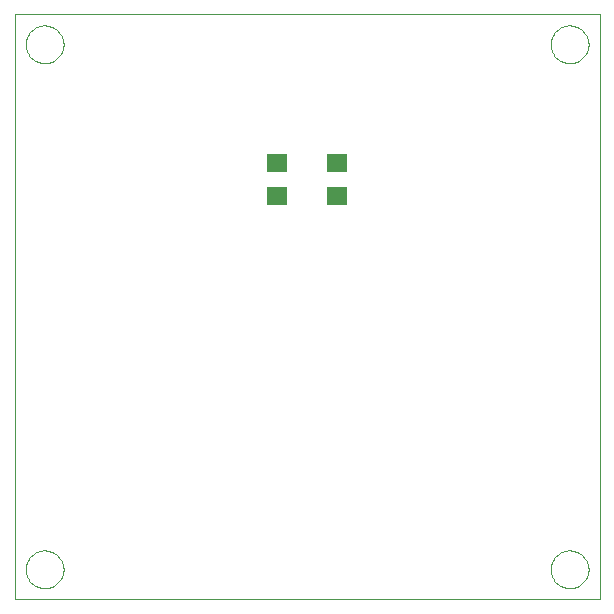
<source format=gbp>
G75*
%MOIN*%
%OFA0B0*%
%FSLAX24Y24*%
%IPPOS*%
%LPD*%
%AMOC8*
5,1,8,0,0,1.08239X$1,22.5*
%
%ADD10C,0.0000*%
%ADD11R,0.0710X0.0630*%
D10*
X000100Y000100D02*
X000100Y019600D01*
X019600Y019600D01*
X019600Y000100D01*
X000100Y000100D01*
X000470Y001100D02*
X000472Y001150D01*
X000478Y001200D01*
X000488Y001249D01*
X000502Y001297D01*
X000519Y001344D01*
X000540Y001389D01*
X000565Y001433D01*
X000593Y001474D01*
X000625Y001513D01*
X000659Y001550D01*
X000696Y001584D01*
X000736Y001614D01*
X000778Y001641D01*
X000822Y001665D01*
X000868Y001686D01*
X000915Y001702D01*
X000963Y001715D01*
X001013Y001724D01*
X001062Y001729D01*
X001113Y001730D01*
X001163Y001727D01*
X001212Y001720D01*
X001261Y001709D01*
X001309Y001694D01*
X001355Y001676D01*
X001400Y001654D01*
X001443Y001628D01*
X001484Y001599D01*
X001523Y001567D01*
X001559Y001532D01*
X001591Y001494D01*
X001621Y001454D01*
X001648Y001411D01*
X001671Y001367D01*
X001690Y001321D01*
X001706Y001273D01*
X001718Y001224D01*
X001726Y001175D01*
X001730Y001125D01*
X001730Y001075D01*
X001726Y001025D01*
X001718Y000976D01*
X001706Y000927D01*
X001690Y000879D01*
X001671Y000833D01*
X001648Y000789D01*
X001621Y000746D01*
X001591Y000706D01*
X001559Y000668D01*
X001523Y000633D01*
X001484Y000601D01*
X001443Y000572D01*
X001400Y000546D01*
X001355Y000524D01*
X001309Y000506D01*
X001261Y000491D01*
X001212Y000480D01*
X001163Y000473D01*
X001113Y000470D01*
X001062Y000471D01*
X001013Y000476D01*
X000963Y000485D01*
X000915Y000498D01*
X000868Y000514D01*
X000822Y000535D01*
X000778Y000559D01*
X000736Y000586D01*
X000696Y000616D01*
X000659Y000650D01*
X000625Y000687D01*
X000593Y000726D01*
X000565Y000767D01*
X000540Y000811D01*
X000519Y000856D01*
X000502Y000903D01*
X000488Y000951D01*
X000478Y001000D01*
X000472Y001050D01*
X000470Y001100D01*
X000470Y018600D02*
X000472Y018650D01*
X000478Y018700D01*
X000488Y018749D01*
X000502Y018797D01*
X000519Y018844D01*
X000540Y018889D01*
X000565Y018933D01*
X000593Y018974D01*
X000625Y019013D01*
X000659Y019050D01*
X000696Y019084D01*
X000736Y019114D01*
X000778Y019141D01*
X000822Y019165D01*
X000868Y019186D01*
X000915Y019202D01*
X000963Y019215D01*
X001013Y019224D01*
X001062Y019229D01*
X001113Y019230D01*
X001163Y019227D01*
X001212Y019220D01*
X001261Y019209D01*
X001309Y019194D01*
X001355Y019176D01*
X001400Y019154D01*
X001443Y019128D01*
X001484Y019099D01*
X001523Y019067D01*
X001559Y019032D01*
X001591Y018994D01*
X001621Y018954D01*
X001648Y018911D01*
X001671Y018867D01*
X001690Y018821D01*
X001706Y018773D01*
X001718Y018724D01*
X001726Y018675D01*
X001730Y018625D01*
X001730Y018575D01*
X001726Y018525D01*
X001718Y018476D01*
X001706Y018427D01*
X001690Y018379D01*
X001671Y018333D01*
X001648Y018289D01*
X001621Y018246D01*
X001591Y018206D01*
X001559Y018168D01*
X001523Y018133D01*
X001484Y018101D01*
X001443Y018072D01*
X001400Y018046D01*
X001355Y018024D01*
X001309Y018006D01*
X001261Y017991D01*
X001212Y017980D01*
X001163Y017973D01*
X001113Y017970D01*
X001062Y017971D01*
X001013Y017976D01*
X000963Y017985D01*
X000915Y017998D01*
X000868Y018014D01*
X000822Y018035D01*
X000778Y018059D01*
X000736Y018086D01*
X000696Y018116D01*
X000659Y018150D01*
X000625Y018187D01*
X000593Y018226D01*
X000565Y018267D01*
X000540Y018311D01*
X000519Y018356D01*
X000502Y018403D01*
X000488Y018451D01*
X000478Y018500D01*
X000472Y018550D01*
X000470Y018600D01*
X017970Y018600D02*
X017972Y018650D01*
X017978Y018700D01*
X017988Y018749D01*
X018002Y018797D01*
X018019Y018844D01*
X018040Y018889D01*
X018065Y018933D01*
X018093Y018974D01*
X018125Y019013D01*
X018159Y019050D01*
X018196Y019084D01*
X018236Y019114D01*
X018278Y019141D01*
X018322Y019165D01*
X018368Y019186D01*
X018415Y019202D01*
X018463Y019215D01*
X018513Y019224D01*
X018562Y019229D01*
X018613Y019230D01*
X018663Y019227D01*
X018712Y019220D01*
X018761Y019209D01*
X018809Y019194D01*
X018855Y019176D01*
X018900Y019154D01*
X018943Y019128D01*
X018984Y019099D01*
X019023Y019067D01*
X019059Y019032D01*
X019091Y018994D01*
X019121Y018954D01*
X019148Y018911D01*
X019171Y018867D01*
X019190Y018821D01*
X019206Y018773D01*
X019218Y018724D01*
X019226Y018675D01*
X019230Y018625D01*
X019230Y018575D01*
X019226Y018525D01*
X019218Y018476D01*
X019206Y018427D01*
X019190Y018379D01*
X019171Y018333D01*
X019148Y018289D01*
X019121Y018246D01*
X019091Y018206D01*
X019059Y018168D01*
X019023Y018133D01*
X018984Y018101D01*
X018943Y018072D01*
X018900Y018046D01*
X018855Y018024D01*
X018809Y018006D01*
X018761Y017991D01*
X018712Y017980D01*
X018663Y017973D01*
X018613Y017970D01*
X018562Y017971D01*
X018513Y017976D01*
X018463Y017985D01*
X018415Y017998D01*
X018368Y018014D01*
X018322Y018035D01*
X018278Y018059D01*
X018236Y018086D01*
X018196Y018116D01*
X018159Y018150D01*
X018125Y018187D01*
X018093Y018226D01*
X018065Y018267D01*
X018040Y018311D01*
X018019Y018356D01*
X018002Y018403D01*
X017988Y018451D01*
X017978Y018500D01*
X017972Y018550D01*
X017970Y018600D01*
X017970Y001100D02*
X017972Y001150D01*
X017978Y001200D01*
X017988Y001249D01*
X018002Y001297D01*
X018019Y001344D01*
X018040Y001389D01*
X018065Y001433D01*
X018093Y001474D01*
X018125Y001513D01*
X018159Y001550D01*
X018196Y001584D01*
X018236Y001614D01*
X018278Y001641D01*
X018322Y001665D01*
X018368Y001686D01*
X018415Y001702D01*
X018463Y001715D01*
X018513Y001724D01*
X018562Y001729D01*
X018613Y001730D01*
X018663Y001727D01*
X018712Y001720D01*
X018761Y001709D01*
X018809Y001694D01*
X018855Y001676D01*
X018900Y001654D01*
X018943Y001628D01*
X018984Y001599D01*
X019023Y001567D01*
X019059Y001532D01*
X019091Y001494D01*
X019121Y001454D01*
X019148Y001411D01*
X019171Y001367D01*
X019190Y001321D01*
X019206Y001273D01*
X019218Y001224D01*
X019226Y001175D01*
X019230Y001125D01*
X019230Y001075D01*
X019226Y001025D01*
X019218Y000976D01*
X019206Y000927D01*
X019190Y000879D01*
X019171Y000833D01*
X019148Y000789D01*
X019121Y000746D01*
X019091Y000706D01*
X019059Y000668D01*
X019023Y000633D01*
X018984Y000601D01*
X018943Y000572D01*
X018900Y000546D01*
X018855Y000524D01*
X018809Y000506D01*
X018761Y000491D01*
X018712Y000480D01*
X018663Y000473D01*
X018613Y000470D01*
X018562Y000471D01*
X018513Y000476D01*
X018463Y000485D01*
X018415Y000498D01*
X018368Y000514D01*
X018322Y000535D01*
X018278Y000559D01*
X018236Y000586D01*
X018196Y000616D01*
X018159Y000650D01*
X018125Y000687D01*
X018093Y000726D01*
X018065Y000767D01*
X018040Y000811D01*
X018019Y000856D01*
X018002Y000903D01*
X017988Y000951D01*
X017978Y001000D01*
X017972Y001050D01*
X017970Y001100D01*
D11*
X010850Y013540D03*
X010850Y014660D03*
X008850Y014660D03*
X008850Y013540D03*
M02*

</source>
